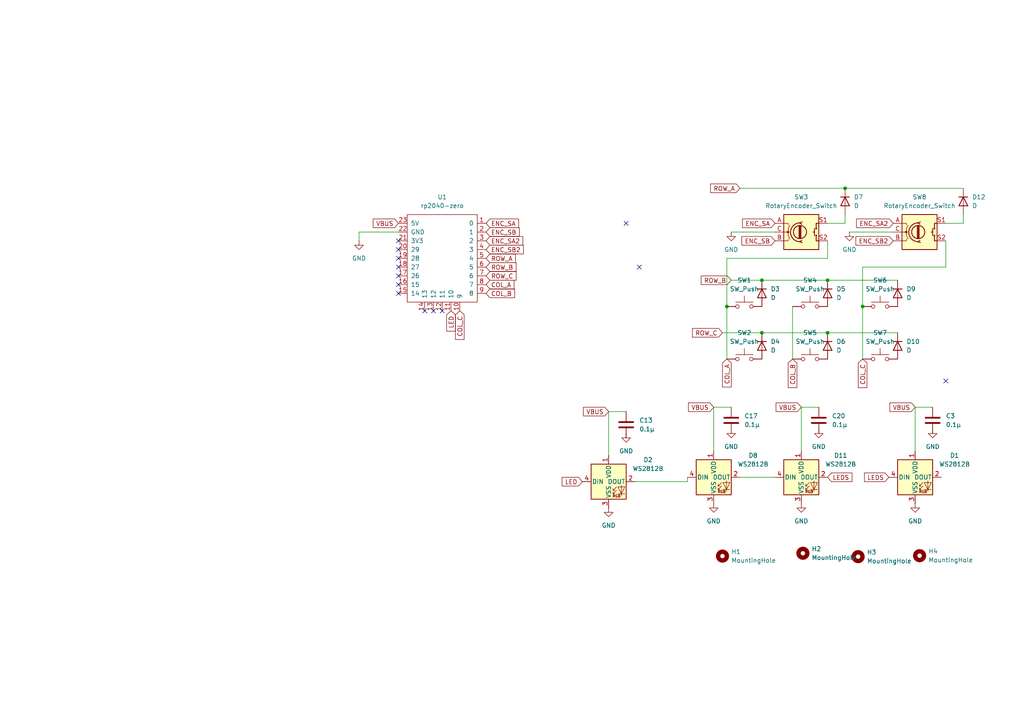
<source format=kicad_sch>
(kicad_sch (version 20231120) (generator "eeschema") (generator_version "8.0")
  (paper "A4")
  (lib_symbols
    (symbol "Device:C" (pin_numbers hide) (pin_names (offset 0.254))
      (property "Reference" "C" (at 0.635 2.54 0))
      (property "Value" "C" (at 0.635 -2.54 0))
      (symbol "C_0_1"
        (polyline (pts (xy -2.032 -0.762) (xy 2.032 -0.762)) (stroke (width 0.508)))
        (polyline (pts (xy -2.032 0.762) (xy 2.032 0.762)) (stroke (width 0.508)))
      )
      (symbol "C_1_1"
        (pin passive line (at 0 3.81 270) (length 2.794) (name "~") (number "1"))
        (pin passive line (at 0 -3.81 90) (length 2.794) (name "~") (number "2"))
      )
    )
    (symbol "Device:D" (pin_numbers hide) (pin_names (offset 1.016) hide)
      (property "Reference" "D" (at 0 2.54 0))
      (property "Value" "D" (at 0 -2.54 0))
      (symbol "D_0_1"
        (polyline (pts (xy -1.27 1.27) (xy -1.27 -1.27)) (stroke (width 0.254)))
        (polyline (pts (xy 1.27 0) (xy -1.27 0)))
        (polyline (pts (xy 1.27 1.27) (xy 1.27 -1.27) (xy -1.27 0) (xy 1.27 1.27)) (stroke (width 0.254)))
      )
      (symbol "D_1_1"
        (pin passive line (at -3.81 0 0) (length 2.54) (name "K") (number "1"))
        (pin passive line (at 3.81 0 180) (length 2.54) (name "A") (number "2"))
      )
    )
    (symbol "Device:RotaryEncoder_Switch" (pin_names (offset 0.254) hide)
      (property "Reference" "SW" (at 0 6.604 0))
      (property "Value" "RotaryEncoder_Switch" (at 0 -6.604 0))
      (symbol "RotaryEncoder_Switch_0_1"
        (rectangle (start -5.08 5.08) (end 5.08 -5.08) (stroke (width 0.254)) (fill (type background)))
        (circle (center -3.81 0) (radius 0.254) (fill (type outline)))
        (circle (center -0.381 0) (radius 1.905) (stroke (width 0.254)))
        (arc (start -0.381 2.667) (mid -3.0988 -0.0635) (end -0.381 -2.794) (stroke (width 0.254)))
        (polyline (pts (xy -0.635 -1.778) (xy -0.635 1.778)) (stroke (width 0.254)))
        (polyline (pts (xy -0.381 -1.778) (xy -0.381 1.778)) (stroke (width 0.254)))
        (polyline (pts (xy -0.127 1.778) (xy -0.127 -1.778)) (stroke (width 0.254)))
        (polyline (pts (xy 3.81 0) (xy 3.429 0)) (stroke (width 0.254)))
        (polyline (pts (xy 3.81 1.016) (xy 3.81 -1.016)) (stroke (width 0.254)))
        (polyline (pts (xy -5.08 -2.54) (xy -3.81 -2.54) (xy -3.81 -2.032)))
        (polyline (pts (xy -5.08 2.54) (xy -3.81 2.54) (xy -3.81 2.032)))
        (polyline (pts (xy 0.254 -3.048) (xy -0.508 -2.794) (xy 0.127 -2.413)) (stroke (width 0.254)))
        (polyline (pts (xy 0.254 2.921) (xy -0.508 2.667) (xy 0.127 2.286)) (stroke (width 0.254)))
        (polyline (pts (xy 5.08 -2.54) (xy 4.318 -2.54) (xy 4.318 -1.016)) (stroke (width 0.254)))
        (polyline (pts (xy 5.08 2.54) (xy 4.318 2.54) (xy 4.318 1.016)) (stroke (width 0.254)))
        (polyline (pts (xy -5.08 0) (xy -3.81 0) (xy -3.81 -1.016) (xy -3.302 -2.032)))
        (polyline (pts (xy -4.318 0) (xy -3.81 0) (xy -3.81 1.016) (xy -3.302 2.032)))
        (circle (center 4.318 -1.016) (radius 0.127) (stroke (width 0.254)))
        (circle (center 4.318 1.016) (radius 0.127) (stroke (width 0.254)))
      )
      (symbol "RotaryEncoder_Switch_1_1"
        (pin passive line (at -7.62 2.54 0) (length 2.54) (name "A") (number "A"))
        (pin passive line (at -7.62 -2.54 0) (length 2.54) (name "B") (number "B"))
        (pin passive line (at -7.62 0 0) (length 2.54) (name "C") (number "C"))
        (pin passive line (at 7.62 2.54 180) (length 2.54) (name "S1") (number "S1"))
        (pin passive line (at 7.62 -2.54 180) (length 2.54) (name "S2") (number "S2"))
      )
    )
    (symbol "LED:WS2812B" (pin_names (offset 0.254))
      (property "Reference" "D" (at 5.08 5.715 0))
      (property "Value" "WS2812B" (at 1.27 -5.715 0))
      (symbol "WS2812B_0_0"
        (text "RGB" (at 2.286 -4.191 0) (effects (font (size 0.762 0.762))))
      )
      (symbol "WS2812B_0_1"
        (polyline (pts (xy 1.27 -3.556) (xy 1.778 -3.556)))
        (polyline (pts (xy 1.27 -2.54) (xy 1.778 -2.54)))
        (polyline (pts (xy 4.699 -3.556) (xy 2.667 -3.556)))
        (polyline (pts (xy 2.286 -2.54) (xy 1.27 -3.556) (xy 1.27 -3.048)))
        (polyline (pts (xy 2.286 -1.524) (xy 1.27 -2.54) (xy 1.27 -2.032)))
        (polyline (pts (xy 3.683 -1.016) (xy 3.683 -3.556) (xy 3.683 -4.064)))
        (polyline (pts (xy 4.699 -1.524) (xy 2.667 -1.524) (xy 3.683 -3.556) (xy 4.699 -1.524)))
        (rectangle (start 5.08 5.08) (end -5.08 -5.08) (stroke (width 0.254)) (fill (type background)))
      )
      (symbol "WS2812B_1_1"
        (pin power_in line (at 0 7.62 270) (length 2.54) (name "VDD") (number "1"))
        (pin output line (at 7.62 0 180) (length 2.54) (name "DOUT") (number "2"))
        (pin power_in line (at 0 -7.62 90) (length 2.54) (name "VSS") (number "3"))
        (pin input line (at -7.62 0 0) (length 2.54) (name "DIN") (number "4"))
      )
    )
    (symbol "Mechanical:MountingHole" (pin_names (offset 1.016)) (exclude_from_sim yes) (in_bom no)
      (property "Reference" "H" (at 0 5.08 0))
      (property "Value" "MountingHole" (at 0 3.175 0))
      (symbol "MountingHole_0_1"
        (circle (center 0 0) (radius 1.27) (stroke (width 1.27)))
      )
    )
    (symbol "Switch:SW_Push" (pin_numbers hide) (pin_names (offset 1.016) hide)
      (property "Reference" "SW" (at 1.27 2.54 0))
      (property "Value" "SW_Push" (at 0 -1.524 0))
      (symbol "SW_Push_0_1"
        (circle (center -2.032 0) (radius 0.508))
        (polyline (pts (xy 0 1.27) (xy 0 3.048)))
        (polyline (pts (xy 2.54 1.27) (xy -2.54 1.27)))
        (circle (center 2.032 0) (radius 0.508))
        (pin passive line (at -5.08 0 0) (length 2.54) (name "1") (number "1"))
        (pin passive line (at 5.08 0 180) (length 2.54) (name "2") (number "2"))
      )
    )
    (symbol "mcu:rp2040-zero" (pin_names (offset 1.016))
      (property "Reference" "U" (at 0 15.24 0))
      (property "Value" "rp2040-zero" (at 0 12.7 0))
      (symbol "rp2040-zero_0_1"
        (rectangle (start -10.16 11.43) (end 10.16 -13.97))
      )
      (symbol "rp2040-zero_1_1"
        (pin bidirectional line (at 12.7 8.89 180) (length 2.54) (name "0") (number "1"))
        (pin bidirectional line (at 5.08 -16.51 90) (length 2.54) (name "9") (number "10"))
        (pin bidirectional line (at 2.54 -16.51 90) (length 2.54) (name "10") (number "11"))
        (pin bidirectional line (at 0 -16.51 90) (length 2.54) (name "11") (number "12"))
        (pin bidirectional line (at -2.54 -16.51 90) (length 2.54) (name "12") (number "13"))
        (pin bidirectional line (at -5.08 -16.51 90) (length 2.54) (name "13") (number "14"))
        (pin bidirectional line (at -12.7 -11.43 0) (length 2.54) (name "14") (number "15"))
        (pin bidirectional line (at -12.7 -8.89 0) (length 2.54) (name "15") (number "16"))
        (pin bidirectional line (at -12.7 -6.35 0) (length 2.54) (name "26") (number "17"))
        (pin bidirectional line (at -12.7 -3.81 0) (length 2.54) (name "27") (number "18"))
        (pin bidirectional line (at -12.7 -1.27 0) (length 2.54) (name "28") (number "19"))
        (pin bidirectional line (at 12.7 6.35 180) (length 2.54) (name "1") (number "2"))
        (pin bidirectional line (at -12.7 1.27 0) (length 2.54) (name "29") (number "20"))
        (pin power_out line (at -12.7 3.81 0) (length 2.54) (name "3V3") (number "21"))
        (pin power_out line (at -12.7 6.35 0) (length 2.54) (name "GND") (number "22"))
        (pin power_out line (at -12.7 8.89 0) (length 2.54) (name "5V") (number "23"))
        (pin bidirectional line (at 12.7 3.81 180) (length 2.54) (name "2") (number "3"))
        (pin bidirectional line (at 12.7 1.27 180) (length 2.54) (name "3") (number "4"))
        (pin bidirectional line (at 12.7 -1.27 180) (length 2.54) (name "4") (number "5"))
        (pin bidirectional line (at 12.7 -3.81 180) (length 2.54) (name "5") (number "6"))
        (pin bidirectional line (at 12.7 -6.35 180) (length 2.54) (name "6") (number "7"))
        (pin bidirectional line (at 12.7 -8.89 180) (length 2.54) (name "7") (number "8"))
        (pin bidirectional line (at 12.7 -11.43 180) (length 2.54) (name "8") (number "9"))
      )
    )
    (symbol "power:GND" (power) (pin_numbers hide) (pin_names (offset 0) hide)
      (property "Value" "GND" (at 0 -3.81 0))
      (symbol "GND_0_1"
        (polyline (pts (xy 0 0) (xy 0 -1.27) (xy 1.27 -1.27) (xy 0 -2.54) (xy -1.27 -1.27) (xy 0 -1.27)))
      )
      (symbol "GND_1_1"
        (pin power_in line (at 0 0 270) (length 0) (name "~") (number "1"))
      )
    )
  )
  (junction (at 250.19 88.9))
  (junction (at 240.03 96.52))
  (junction (at 245.11 54.61))
  (junction (at 220.98 81.28))
  (junction (at 210.82 88.9))
  (junction (at 240.03 81.28))
  (junction (at 220.98 96.52))
  (no_connect (at 274.32 110.49))
  (no_connect (at 115.57 85.09))
  (no_connect (at 115.57 72.39))
  (no_connect (at 123.19 90.17))
  (no_connect (at 115.57 74.93))
  (no_connect (at 181.61 64.77))
  (no_connect (at 115.57 69.85))
  (no_connect (at 185.42 77.47))
  (no_connect (at 115.57 80.01))
  (no_connect (at 125.73 90.17))
  (no_connect (at 128.27 90.17))
  (no_connect (at 115.57 82.55))
  (no_connect (at 115.57 77.47))
  (wire (pts (xy 207.01 118.11) (xy 207.01 130.81)))
  (wire (pts (xy 250.19 77.47) (xy 250.19 88.9)))
  (wire (pts (xy 220.98 96.52) (xy 240.03 96.52)))
  (wire (pts (xy 250.19 88.9) (xy 250.19 104.14)))
  (wire (pts (xy 246.38 67.31) (xy 259.08 67.31)))
  (wire (pts (xy 240.03 96.52) (xy 260.35 96.52)))
  (wire (pts (xy 274.32 77.47) (xy 250.19 77.47)))
  (wire (pts (xy 210.82 88.9) (xy 210.82 104.14)))
  (wire (pts (xy 210.82 74.93) (xy 240.03 74.93)))
  (wire (pts (xy 209.55 96.52) (xy 220.98 96.52)))
  (wire (pts (xy 279.4 64.77) (xy 279.4 62.23)))
  (wire (pts (xy 176.53 119.38) (xy 176.53 132.08)))
  (wire (pts (xy 229.87 88.9) (xy 229.87 104.14)))
  (wire (pts (xy 245.11 64.77) (xy 245.11 62.23)))
  (wire (pts (xy 212.09 67.31) (xy 224.79 67.31)))
  (wire (pts (xy 245.11 54.61) (xy 279.4 54.61)))
  (wire (pts (xy 214.63 54.61) (xy 245.11 54.61)))
  (wire (pts (xy 214.63 138.43) (xy 224.79 138.43)))
  (wire (pts (xy 265.43 118.11) (xy 265.43 130.81)))
  (wire (pts (xy 181.61 125.73) (xy 181.61 127)))
  (wire (pts (xy 270.51 124.46) (xy 270.51 125.73)))
  (wire (pts (xy 184.15 139.7) (xy 199.39 139.7)))
  (wire (pts (xy 274.32 69.85) (xy 274.32 77.47)))
  (wire (pts (xy 237.49 124.46) (xy 237.49 125.73)))
  (wire (pts (xy 232.41 118.11) (xy 232.41 130.81)))
  (wire (pts (xy 199.39 139.7) (xy 199.39 138.43)))
  (wire (pts (xy 210.82 88.9) (xy 210.82 74.93)))
  (wire (pts (xy 115.57 67.31) (xy 104.14 67.31)))
  (wire (pts (xy 240.03 81.28) (xy 260.35 81.28)))
  (wire (pts (xy 270.51 118.11) (xy 265.43 118.11)))
  (wire (pts (xy 212.09 81.28) (xy 220.98 81.28)))
  (wire (pts (xy 240.03 74.93) (xy 240.03 69.85)))
  (wire (pts (xy 181.61 119.38) (xy 176.53 119.38)))
  (wire (pts (xy 104.14 67.31) (xy 104.14 69.85)))
  (wire (pts (xy 212.09 118.11) (xy 207.01 118.11)))
  (wire (pts (xy 212.09 124.46) (xy 212.09 125.73)))
  (wire (pts (xy 274.32 64.77) (xy 279.4 64.77)))
  (wire (pts (xy 240.03 64.77) (xy 245.11 64.77)))
  (wire (pts (xy 237.49 118.11) (xy 232.41 118.11)))
  (wire (pts (xy 220.98 81.28) (xy 240.03 81.28)))
  (global_label "COL_C" (shape input) (at 250.19 104.14 270) (property "Intersheetrefs" "${INTERSHEET_REFS}" (effects (hide yes))))
  (global_label "COL_A" (shape input) (at 140.97 82.55 0) (property "Intersheetrefs" "${INTERSHEET_REFS}" (effects (hide yes))))
  (global_label "ROW_C" (shape input) (at 140.97 80.01 0) (property "Intersheetrefs" "${INTERSHEET_REFS}" (effects (hide yes))))
  (global_label "ROW_A" (shape input) (at 140.97 74.93 0) (property "Intersheetrefs" "${INTERSHEET_REFS}" (effects (hide yes))))
  (global_label "COL_B" (shape input) (at 229.87 104.14 270) (property "Intersheetrefs" "${INTERSHEET_REFS}" (effects (hide yes))))
  (global_label "LED" (shape input) (at 168.91 139.7 180) (property "Intersheetrefs" "${INTERSHEET_REFS}" (effects (hide yes))))
  (global_label "LEDS" (shape input) (at 257.81 138.43 180) (property "Intersheetrefs" "${INTERSHEET_REFS}" (effects (hide yes))))
  (global_label "COL_A" (shape input) (at 210.82 104.14 270) (property "Intersheetrefs" "${INTERSHEET_REFS}" (effects (hide yes))))
  (global_label "ENC_SA2" (shape input) (at 259.08 64.77 180) (property "Intersheetrefs" "${INTERSHEET_REFS}" (effects (hide yes))))
  (global_label "VBUS" (shape input) (at 265.43 118.11 180) (property "Intersheetrefs" "${INTERSHEET_REFS}" (effects (hide yes))))
  (global_label "ENC_SA" (shape input) (at 140.97 64.77 0) (property "Intersheetrefs" "${INTERSHEET_REFS}" (effects (hide yes))))
  (global_label "ENC_SB2" (shape input) (at 140.97 72.39 0) (property "Intersheetrefs" "${INTERSHEET_REFS}" (effects (hide yes))))
  (global_label "VBUS" (shape input) (at 115.57 64.77 180) (property "Intersheetrefs" "${INTERSHEET_REFS}" (effects (hide yes))))
  (global_label "COL_C" (shape input) (at 133.35 90.17 270) (property "Intersheetrefs" "${INTERSHEET_REFS}" (effects (hide yes))))
  (global_label "ROW_B" (shape input) (at 140.97 77.47 0) (property "Intersheetrefs" "${INTERSHEET_REFS}" (effects (hide yes))))
  (global_label "ENC_SA" (shape input) (at 224.79 64.77 180) (property "Intersheetrefs" "${INTERSHEET_REFS}" (effects (hide yes))))
  (global_label "ROW_C" (shape input) (at 209.55 96.52 180) (property "Intersheetrefs" "${INTERSHEET_REFS}" (effects (hide yes))))
  (global_label "ENC_SB" (shape input) (at 140.97 67.31 0) (property "Intersheetrefs" "${INTERSHEET_REFS}" (effects (hide yes))))
  (global_label "VBUS" (shape input) (at 207.01 118.11 180) (property "Intersheetrefs" "${INTERSHEET_REFS}" (effects (hide yes))))
  (global_label "ROW_A" (shape input) (at 214.63 54.61 180) (property "Intersheetrefs" "${INTERSHEET_REFS}" (effects (hide yes))))
  (global_label "VBUS" (shape input) (at 232.41 118.11 180) (property "Intersheetrefs" "${INTERSHEET_REFS}" (effects (hide yes))))
  (global_label "LEDS" (shape input) (at 240.03 138.43 0) (property "Intersheetrefs" "${INTERSHEET_REFS}" (effects (hide yes))))
  (global_label "ENC_SA2" (shape input) (at 140.97 69.85 0) (property "Intersheetrefs" "${INTERSHEET_REFS}" (effects (hide yes))))
  (global_label "VBUS" (shape input) (at 176.53 119.38 180) (property "Intersheetrefs" "${INTERSHEET_REFS}" (effects (hide yes))))
  (global_label "ENC_SB2" (shape input) (at 259.08 69.85 180) (property "Intersheetrefs" "${INTERSHEET_REFS}" (effects (hide yes))))
  (global_label "COL_B" (shape input) (at 140.97 85.09 0) (property "Intersheetrefs" "${INTERSHEET_REFS}" (effects (hide yes))))
  (global_label "ROW_B" (shape input) (at 212.09 81.28 180) (property "Intersheetrefs" "${INTERSHEET_REFS}" (effects (hide yes))))
  (global_label "LED" (shape input) (at 130.81 90.17 270) (property "Intersheetrefs" "${INTERSHEET_REFS}" (effects (hide yes))))
  (global_label "ENC_SB" (shape input) (at 224.79 69.85 180) (property "Intersheetrefs" "${INTERSHEET_REFS}" (effects (hide yes))))
  (symbol (lib_id "Switch:SW_Push") (at 234.95 104.14 0) (unit 1)
    (property "Reference" "SW5" (at 234.95 96.52 0))
    (property "Value" "SW_Push" (at 234.95 99.06 0))
    (property "Footprint" "Button_Switch_Keyboard:SW_Cherry_MX_1.00u_PCB" (effects (hide yes)))
    (property "Description" "Push button switch, generic, two pins" (effects (hide yes)))
  )
  (symbol (lib_id "LED:WS2812B") (at 265.43 138.43 0) (unit 1)
    (property "Reference" "D1" (at 276.86 132.1114 0))
    (property "Value" "WS2812B" (at 276.86 134.6514 0))
    (property "Footprint" "LED_SMD:LED_WS2812B_PLCC4_5.0x5.0mm_P3.2mm" (effects (hide yes)))
    (property "Datasheet" "https://cdn-shop.adafruit.com/datasheets/WS2812B.pdf" (effects (hide yes)))
    (property "Description" "RGB LED with integrated controller" (effects (hide yes)))
  )
  (symbol (lib_id "Mechanical:MountingHole") (at 266.7166 161.1708 0) (unit 1) (exclude_from_sim yes) (in_bom no)
    (property "Reference" "H4" (at 269.2566 159.9007 0) (effects (justify left)))
    (property "Value" "MountingHole" (at 269.2566 162.4407 0) (effects (justify left)))
    (property "Footprint" "MountingHole:MountingHole_2.2mm_M2" (effects (hide yes)))
    (property "Description" "Mounting Hole without connection" (effects (hide yes)))
  )
  (symbol (lib_id "power:GND") (at 232.41 146.05 0) (unit 1)
    (property "Reference" "#PWR025" (effects (hide yes)))
    (property "Value" "GND" (at 232.41 151.13 0))
    (property "Description" "Power symbol creates a global label with name \"GND\" , ground" (effects (hide yes)))
  )
  (symbol (lib_id "Device:C") (at 270.51 121.92 0) (unit 1)
    (property "Reference" "C3" (at 274.32 120.6499 0) (effects (justify left)))
    (property "Value" "0.1µ" (at 274.32 123.1899 0) (effects (justify left)))
    (property "Footprint" "Capacitor_SMD:C_1206_3216Metric" (effects (hide yes)))
    (property "Description" "Unpolarized capacitor" (effects (hide yes)))
  )
  (symbol (lib_id "Mechanical:MountingHole") (at 209.55 161.29 0) (unit 1) (exclude_from_sim yes) (in_bom no)
    (property "Reference" "H1" (at 212.09 160.0199 0) (effects (justify left)))
    (property "Value" "MountingHole" (at 212.09 162.5599 0) (effects (justify left)))
    (property "Footprint" "MountingHole:MountingHole_2.2mm_M2" (effects (hide yes)))
    (property "Description" "Mounting Hole without connection" (effects (hide yes)))
  )
  (symbol (lib_id "Mechanical:MountingHole") (at 248.8911 161.4493 0) (unit 1) (exclude_from_sim yes) (in_bom no)
    (property "Reference" "H3" (at 251.4311 160.1792 0) (effects (justify left)))
    (property "Value" "MountingHole" (at 251.4311 162.7192 0) (effects (justify left)))
    (property "Footprint" "MountingHole:MountingHole_2.2mm_M2" (effects (hide yes)))
    (property "Description" "Mounting Hole without connection" (effects (hide yes)))
  )
  (symbol (lib_id "Device:D") (at 240.03 85.09 270) (unit 1)
    (property "Reference" "D5" (at 242.57 83.8199 90) (effects (justify left)))
    (property "Value" "D" (at 242.57 86.3599 90) (effects (justify left)))
    (property "Footprint" "Diode_SMD:D_SOD-323_HandSoldering" (effects (hide yes)))
    (property "Description" "Diode" (effects (hide yes)))
    (property "Sim.Device" "D" (effects (hide yes)))
    (property "Sim.Pins" "1=K 2=A" (effects (hide yes)))
  )
  (symbol (lib_id "Switch:SW_Push") (at 215.9 104.14 0) (unit 1)
    (property "Reference" "SW2" (at 215.9 96.52 0))
    (property "Value" "SW_Push" (at 215.9 99.06 0))
    (property "Footprint" "Button_Switch_Keyboard:SW_Cherry_MX_1.00u_PCB" (effects (hide yes)))
    (property "Description" "Push button switch, generic, two pins" (effects (hide yes)))
  )
  (symbol (lib_id "Device:RotaryEncoder_Switch") (at 232.41 67.31 0) (unit 1)
    (property "Reference" "SW3" (at 232.41 57.15 0))
    (property "Value" "RotaryEncoder_Switch" (at 232.41 59.69 0))
    (property "Footprint" "Rotary_Encoder:RotaryEncoder_Alps_EC11E-Switch_Vertical_H20mm_CircularMountingHoles" (effects (hide yes)))
    (property "Description" "Rotary encoder, dual channel, incremental quadrate outputs, with switch" (effects (hide yes)))
  )
  (symbol (lib_id "Switch:SW_Push") (at 255.27 104.14 0) (unit 1)
    (property "Reference" "SW7" (at 255.27 96.52 0))
    (property "Value" "SW_Push" (at 255.27 99.06 0))
    (property "Footprint" "Button_Switch_Keyboard:SW_Cherry_MX_1.00u_PCB" (effects (hide yes)))
    (property "Description" "Push button switch, generic, two pins" (effects (hide yes)))
  )
  (symbol (lib_id "power:GND") (at 176.53 147.32 0) (unit 1)
    (property "Reference" "#PWR019" (effects (hide yes)))
    (property "Value" "GND" (at 176.53 152.4 0))
    (property "Description" "Power symbol creates a global label with name \"GND\" , ground" (effects (hide yes)))
  )
  (symbol (lib_id "Switch:SW_Push") (at 215.9 88.9 0) (unit 1)
    (property "Reference" "SW1" (at 215.9 81.28 0))
    (property "Value" "SW_Push" (at 215.9 83.82 0))
    (property "Footprint" "Button_Switch_Keyboard:SW_Cherry_MX_1.00u_PCB" (effects (hide yes)))
    (property "Description" "Push button switch, generic, two pins" (effects (hide yes)))
  )
  (symbol (lib_id "power:GND") (at 246.38 67.31 0) (unit 1)
    (property "Reference" "#PWR022" (effects (hide yes)))
    (property "Value" "GND" (at 246.38 72.39 0))
    (property "Description" "Power symbol creates a global label with name \"GND\" , ground" (effects (hide yes)))
  )
  (symbol (lib_id "Device:C") (at 181.61 123.19 0) (unit 1)
    (property "Reference" "C13" (at 185.42 121.9199 0) (effects (justify left)))
    (property "Value" "0.1µ" (at 185.42 124.4599 0) (effects (justify left)))
    (property "Footprint" "Capacitor_SMD:C_1206_3216Metric" (effects (hide yes)))
    (property "Description" "Unpolarized capacitor" (effects (hide yes)))
  )
  (symbol (lib_id "power:GND") (at 207.01 146.05 0) (unit 1)
    (property "Reference" "#PWR021" (effects (hide yes)))
    (property "Value" "GND" (at 207.01 151.13 0))
    (property "Description" "Power symbol creates a global label with name \"GND\" , ground" (effects (hide yes)))
  )
  (symbol (lib_id "Device:D") (at 279.4 58.42 270) (unit 1)
    (property "Reference" "D12" (at 281.94 57.1499 90) (effects (justify left)))
    (property "Value" "D" (at 281.94 59.6899 90) (effects (justify left)))
    (property "Footprint" "Diode_SMD:D_SOD-323_HandSoldering" (effects (hide yes)))
    (property "Description" "Diode" (effects (hide yes)))
    (property "Sim.Device" "D" (effects (hide yes)))
    (property "Sim.Pins" "1=K 2=A" (effects (hide yes)))
  )
  (symbol (lib_id "power:GND") (at 212.09 67.31 0) (unit 1)
    (property "Reference" "#PWR018" (effects (hide yes)))
    (property "Value" "GND" (at 212.09 72.39 0))
    (property "Description" "Power symbol creates a global label with name \"GND\" , ground" (effects (hide yes)))
  )
  (symbol (lib_id "Device:D") (at 245.11 58.42 270) (unit 1)
    (property "Reference" "D7" (at 247.65 57.1499 90) (effects (justify left)))
    (property "Value" "D" (at 247.65 59.6899 90) (effects (justify left)))
    (property "Footprint" "Diode_SMD:D_SOD-323_HandSoldering" (effects (hide yes)))
    (property "Description" "Diode" (effects (hide yes)))
    (property "Sim.Device" "D" (effects (hide yes)))
    (property "Sim.Pins" "1=K 2=A" (effects (hide yes)))
  )
  (symbol (lib_id "Device:D") (at 220.98 100.33 270) (unit 1)
    (property "Reference" "D4" (at 223.52 99.0599 90) (effects (justify left)))
    (property "Value" "D" (at 223.52 101.5999 90) (effects (justify left)))
    (property "Footprint" "Diode_SMD:D_SOD-323_HandSoldering" (effects (hide yes)))
    (property "Description" "Diode" (effects (hide yes)))
    (property "Sim.Device" "D" (effects (hide yes)))
    (property "Sim.Pins" "1=K 2=A" (effects (hide yes)))
  )
  (symbol (lib_id "power:GND") (at 212.09 124.46 0) (unit 1)
    (property "Reference" "#PWR023" (effects (hide yes)))
    (property "Value" "GND" (at 212.09 129.54 0))
    (property "Description" "Power symbol creates a global label with name \"GND\" , ground" (effects (hide yes)))
  )
  (symbol (lib_id "Device:D") (at 220.98 85.09 270) (unit 1)
    (property "Reference" "D3" (at 223.52 83.8199 90) (effects (justify left)))
    (property "Value" "D" (at 223.52 86.3599 90) (effects (justify left)))
    (property "Footprint" "Diode_SMD:D_SOD-323_HandSoldering" (effects (hide yes)))
    (property "Description" "Diode" (effects (hide yes)))
    (property "Sim.Device" "D" (effects (hide yes)))
    (property "Sim.Pins" "1=K 2=A" (effects (hide yes)))
  )
  (symbol (lib_id "Device:C") (at 212.09 121.92 0) (unit 1)
    (property "Reference" "C17" (at 215.9 120.6499 0) (effects (justify left)))
    (property "Value" "0.1µ" (at 215.9 123.1899 0) (effects (justify left)))
    (property "Footprint" "Capacitor_SMD:C_1206_3216Metric" (effects (hide yes)))
    (property "Description" "Unpolarized capacitor" (effects (hide yes)))
  )
  (symbol (lib_id "Device:D") (at 260.35 100.33 270) (unit 1)
    (property "Reference" "D10" (at 262.89 99.0599 90) (effects (justify left)))
    (property "Value" "D" (at 262.89 101.5999 90) (effects (justify left)))
    (property "Footprint" "Diode_SMD:D_SOD-323_HandSoldering" (effects (hide yes)))
    (property "Description" "Diode" (effects (hide yes)))
    (property "Sim.Device" "D" (effects (hide yes)))
    (property "Sim.Pins" "1=K 2=A" (effects (hide yes)))
  )
  (symbol (lib_id "Device:RotaryEncoder_Switch") (at 266.7 67.31 0) (unit 1)
    (property "Reference" "SW8" (at 266.7 57.15 0))
    (property "Value" "RotaryEncoder_Switch" (at 266.7 59.69 0))
    (property "Footprint" "Rotary_Encoder:RotaryEncoder_Alps_EC11E-Switch_Vertical_H20mm_CircularMountingHoles" (effects (hide yes)))
    (property "Description" "Rotary encoder, dual channel, incremental quadrate outputs, with switch" (effects (hide yes)))
  )
  (symbol (lib_id "power:GND") (at 104.14 69.85 0) (unit 1)
    (property "Reference" "#PWR01" (effects (hide yes)))
    (property "Value" "GND" (at 104.14 74.93 0))
    (property "Description" "Power symbol creates a global label with name \"GND\" , ground" (effects (hide yes)))
  )
  (symbol (lib_id "power:GND") (at 181.61 125.73 0) (unit 1)
    (property "Reference" "#PWR020" (effects (hide yes)))
    (property "Value" "GND" (at 181.61 130.81 0))
    (property "Description" "Power symbol creates a global label with name \"GND\" , ground" (effects (hide yes)))
  )
  (symbol (lib_id "Device:D") (at 260.35 85.09 270) (unit 1)
    (property "Reference" "D9" (at 262.89 83.8199 90) (effects (justify left)))
    (property "Value" "D" (at 262.89 86.3599 90) (effects (justify left)))
    (property "Footprint" "Diode_SMD:D_SOD-323_HandSoldering" (effects (hide yes)))
    (property "Description" "Diode" (effects (hide yes)))
    (property "Sim.Device" "D" (effects (hide yes)))
    (property "Sim.Pins" "1=K 2=A" (effects (hide yes)))
  )
  (symbol (lib_id "Switch:SW_Push") (at 255.27 88.9 0) (unit 1)
    (property "Reference" "SW6" (at 255.27 81.28 0))
    (property "Value" "SW_Push" (at 255.27 83.82 0))
    (property "Footprint" "Button_Switch_Keyboard:SW_Cherry_MX_1.00u_PCB" (effects (hide yes)))
    (property "Description" "Push button switch, generic, two pins" (effects (hide yes)))
  )
  (symbol (lib_id "LED:WS2812B") (at 207.01 138.43 0) (unit 1)
    (property "Reference" "D8" (at 218.44 132.1114 0))
    (property "Value" "WS2812B" (at 218.44 134.6514 0))
    (property "Footprint" "LED_SMD:LED_WS2812B_PLCC4_5.0x5.0mm_P3.2mm" (effects (hide yes)))
    (property "Datasheet" "https://cdn-shop.adafruit.com/datasheets/WS2812B.pdf" (effects (hide yes)))
    (property "Description" "RGB LED with integrated controller" (effects (hide yes)))
  )
  (symbol (lib_id "Mechanical:MountingHole") (at 232.8759 160.4745 0) (unit 1) (exclude_from_sim yes) (in_bom no)
    (property "Reference" "H2" (at 235.4159 159.2044 0) (effects (justify left)))
    (property "Value" "MountingHole" (at 235.4159 161.7444 0) (effects (justify left)))
    (property "Footprint" "MountingHole:MountingHole_2.2mm_M2" (effects (hide yes)))
    (property "Description" "Mounting Hole without connection" (effects (hide yes)))
  )
  (symbol (lib_id "Switch:SW_Push") (at 234.95 88.9 0) (unit 1)
    (property "Reference" "SW4" (at 234.95 81.28 0))
    (property "Value" "SW_Push" (at 234.95 83.82 0))
    (property "Footprint" "Button_Switch_Keyboard:SW_Cherry_MX_1.00u_PCB" (effects (hide yes)))
    (property "Description" "Push button switch, generic, two pins" (effects (hide yes)))
  )
  (symbol (lib_id "LED:WS2812B") (at 232.41 138.43 0) (unit 1)
    (property "Reference" "D11" (at 243.84 132.1114 0))
    (property "Value" "WS2812B" (at 243.84 134.6514 0))
    (property "Footprint" "LED_SMD:LED_WS2812B_PLCC4_5.0x5.0mm_P3.2mm" (effects (hide yes)))
    (property "Datasheet" "https://cdn-shop.adafruit.com/datasheets/WS2812B.pdf" (effects (hide yes)))
    (property "Description" "RGB LED with integrated controller" (effects (hide yes)))
  )
  (symbol (lib_id "power:GND") (at 265.43 146.05 0) (unit 1)
    (property "Reference" "#PWR05" (effects (hide yes)))
    (property "Value" "GND" (at 265.43 151.13 0))
    (property "Description" "Power symbol creates a global label with name \"GND\" , ground" (effects (hide yes)))
  )
  (symbol (lib_id "mcu:rp2040-zero") (at 128.27 73.66 0) (unit 1)
    (property "Reference" "U1" (at 128.27 57.15 0))
    (property "Value" "rp2040-zero" (at 128.27 59.69 0))
    (property "Footprint" "mcu:rp2040-zero-tht" (effects (hide yes)))
  )
  (symbol (lib_id "power:GND") (at 237.49 124.46 0) (unit 1)
    (property "Reference" "#PWR026" (effects (hide yes)))
    (property "Value" "GND" (at 237.49 129.54 0))
    (property "Description" "Power symbol creates a global label with name \"GND\" , ground" (effects (hide yes)))
  )
  (symbol (lib_id "power:GND") (at 270.51 124.46 0) (unit 1)
    (property "Reference" "#PWR06" (effects (hide yes)))
    (property "Value" "GND" (at 270.51 129.54 0))
    (property "Description" "Power symbol creates a global label with name \"GND\" , ground" (effects (hide yes)))
  )
  (symbol (lib_id "Device:D") (at 240.03 100.33 270) (unit 1)
    (property "Reference" "D6" (at 242.57 99.0599 90) (effects (justify left)))
    (property "Value" "D" (at 242.57 101.5999 90) (effects (justify left)))
    (property "Footprint" "Diode_SMD:D_SOD-323_HandSoldering" (effects (hide yes)))
    (property "Description" "Diode" (effects (hide yes)))
    (property "Sim.Device" "D" (effects (hide yes)))
    (property "Sim.Pins" "1=K 2=A" (effects (hide yes)))
  )
  (symbol (lib_id "LED:WS2812B") (at 176.53 139.7 0) (unit 1)
    (property "Reference" "D2" (at 187.96 133.3814 0))
    (property "Value" "WS2812B" (at 187.96 135.9214 0))
    (property "Footprint" "LED_SMD:LED_WS2812B_PLCC4_5.0x5.0mm_P3.2mm" (effects (hide yes)))
    (property "Datasheet" "https://cdn-shop.adafruit.com/datasheets/WS2812B.pdf" (effects (hide yes)))
    (property "Description" "RGB LED with integrated controller" (effects (hide yes)))
  )
  (symbol (lib_id "Device:C") (at 237.49 121.92 0) (unit 1)
    (property "Reference" "C20" (at 241.3 120.6499 0) (effects (justify left)))
    (property "Value" "0.1µ" (at 241.3 123.1899 0) (effects (justify left)))
    (property "Footprint" "Capacitor_SMD:C_1206_3216Metric" (effects (hide yes)))
    (property "Description" "Unpolarized capacitor" (effects (hide yes)))
  )
)
</source>
